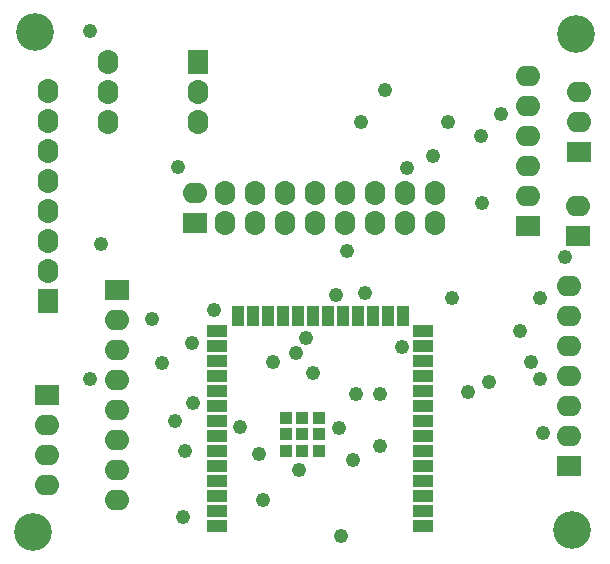
<source format=gbs>
G04*
G04 #@! TF.GenerationSoftware,Altium Limited,Altium Designer,22.10.1 (41)*
G04*
G04 Layer_Color=16711935*
%FSTAX24Y24*%
%MOIN*%
G70*
G04*
G04 #@! TF.SameCoordinates,17841630-244F-4CFE-80E3-D5873E1B35FB*
G04*
G04*
G04 #@! TF.FilePolarity,Negative*
G04*
G01*
G75*
%ADD25R,0.0830X0.0680*%
%ADD26O,0.0680X0.0830*%
%ADD27O,0.0830X0.0680*%
%ADD28R,0.0830X0.0680*%
%ADD29O,0.0830X0.0680*%
%ADD30R,0.0680X0.0830*%
%ADD31C,0.0480*%
%ADD32C,0.1261*%
%ADD46R,0.0434X0.0434*%
%ADD47R,0.0671X0.0434*%
%ADD48R,0.0434X0.0671*%
D25*
X03535Y04295D02*
D03*
X0478Y03485D02*
D03*
D26*
X03635Y04295D02*
D03*
X03735D02*
D03*
X03835D02*
D03*
X03935D02*
D03*
X04035D02*
D03*
X04135D02*
D03*
X04235D02*
D03*
X04335D02*
D03*
Y04395D02*
D03*
X04235D02*
D03*
X04135D02*
D03*
X04035D02*
D03*
X03935D02*
D03*
X03835D02*
D03*
X03735D02*
D03*
X03635D02*
D03*
X03545Y0473D02*
D03*
Y0463D02*
D03*
X03245Y0483D02*
D03*
Y0473D02*
D03*
Y0463D02*
D03*
X03045Y04735D02*
D03*
Y04635D02*
D03*
Y04535D02*
D03*
Y04435D02*
D03*
Y04335D02*
D03*
Y04235D02*
D03*
Y04135D02*
D03*
D27*
X03535Y04395D02*
D03*
X0478Y04085D02*
D03*
Y03985D02*
D03*
Y03885D02*
D03*
Y03785D02*
D03*
Y03685D02*
D03*
Y03585D02*
D03*
D28*
X0481Y0425D02*
D03*
X0304Y0372D02*
D03*
X04815Y0453D02*
D03*
X03275Y0407D02*
D03*
X04645Y04285D02*
D03*
D29*
X0481Y0435D02*
D03*
X0304Y0362D02*
D03*
Y0352D02*
D03*
Y0342D02*
D03*
X04815Y0473D02*
D03*
Y0463D02*
D03*
X03275Y0337D02*
D03*
Y0347D02*
D03*
Y0357D02*
D03*
Y0367D02*
D03*
Y0377D02*
D03*
Y0387D02*
D03*
Y0397D02*
D03*
X04645Y04385D02*
D03*
Y04485D02*
D03*
Y04585D02*
D03*
Y04685D02*
D03*
Y04785D02*
D03*
D30*
X03545Y0483D02*
D03*
X03045Y04035D02*
D03*
D31*
X03905Y0391D02*
D03*
X0387Y0386D02*
D03*
X0388Y0347D02*
D03*
X03185Y03775D02*
D03*
X0376Y0337D02*
D03*
X0402Y0325D02*
D03*
X03795Y0383D02*
D03*
X03596Y04003D02*
D03*
X041Y0406D02*
D03*
X0404Y042D02*
D03*
X04005Y04055D02*
D03*
X03525Y03895D02*
D03*
X04225Y0388D02*
D03*
X04695Y03595D02*
D03*
X04515Y03765D02*
D03*
X04445Y0373D02*
D03*
X04685Y03775D02*
D03*
X04655Y03829D02*
D03*
X03685Y03615D02*
D03*
X035Y03535D02*
D03*
X0439Y04045D02*
D03*
X0407Y03725D02*
D03*
X0415D02*
D03*
Y0355D02*
D03*
X04239Y04478D02*
D03*
X03185Y04935D02*
D03*
X0339Y03975D02*
D03*
X04617Y03935D02*
D03*
X039277Y037927D02*
D03*
X04059Y03504D02*
D03*
X04013Y0361D02*
D03*
X043255Y045155D02*
D03*
X04377Y04632D02*
D03*
X04087Y0463D02*
D03*
X04768Y04179D02*
D03*
X04554Y04656D02*
D03*
X04166Y04738D02*
D03*
X03528Y03695D02*
D03*
X044875Y04585D02*
D03*
X03747Y03525D02*
D03*
X034655Y03635D02*
D03*
X04683Y04043D02*
D03*
X04491Y0436D02*
D03*
X0322Y04223D02*
D03*
X03478Y04481D02*
D03*
X03422Y03827D02*
D03*
X03494Y03314D02*
D03*
D32*
X03Y0493D02*
D03*
X02995Y03265D02*
D03*
X0479Y0327D02*
D03*
X04805Y04925D02*
D03*
D46*
X038915Y035889D02*
D03*
X038363D02*
D03*
X039466D02*
D03*
X038363Y036441D02*
D03*
X038915D02*
D03*
X039466D02*
D03*
X038363Y035338D02*
D03*
X038915D02*
D03*
X039466D02*
D03*
D47*
X03606Y03285D02*
D03*
Y03335D02*
D03*
Y03385D02*
D03*
Y03435D02*
D03*
Y03485D02*
D03*
Y03535D02*
D03*
Y03585D02*
D03*
Y03635D02*
D03*
Y03685D02*
D03*
Y03735D02*
D03*
Y03785D02*
D03*
Y03835D02*
D03*
Y03885D02*
D03*
Y03935D02*
D03*
X04295D02*
D03*
Y03885D02*
D03*
Y03835D02*
D03*
Y03785D02*
D03*
Y03735D02*
D03*
Y03685D02*
D03*
Y03635D02*
D03*
Y03585D02*
D03*
Y03535D02*
D03*
Y03485D02*
D03*
Y03435D02*
D03*
Y03385D02*
D03*
Y03335D02*
D03*
Y03285D02*
D03*
D48*
X036755Y039842D02*
D03*
X037255D02*
D03*
X037755D02*
D03*
X038255D02*
D03*
X038755D02*
D03*
X039255D02*
D03*
X039755D02*
D03*
X040255D02*
D03*
X040755D02*
D03*
X041255D02*
D03*
X041755D02*
D03*
X042255D02*
D03*
M02*

</source>
